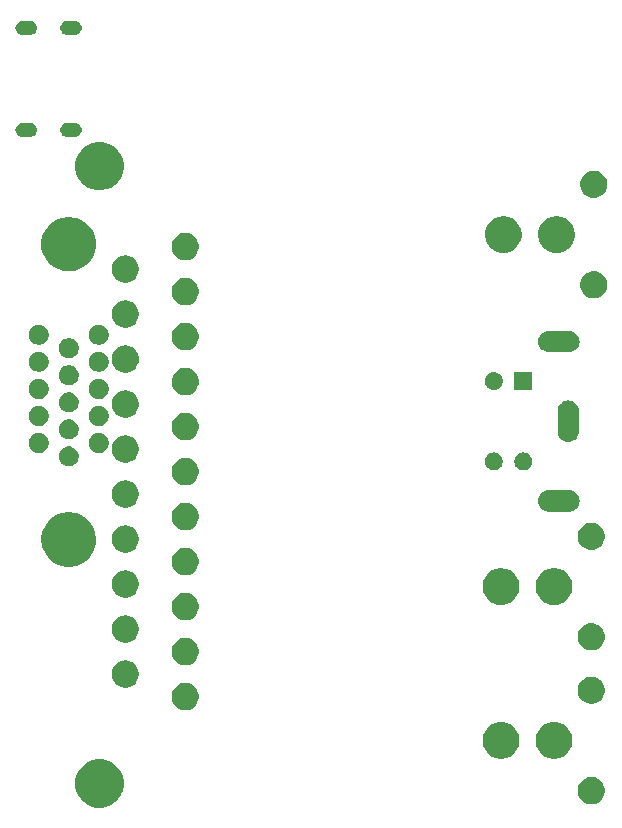
<source format=gbr>
G04 #@! TF.GenerationSoftware,KiCad,Pcbnew,(5.1.5)-2*
G04 #@! TF.CreationDate,2020-08-23T21:31:47+12:00*
G04 #@! TF.ProjectId,rgbntsc,7267626e-7473-4632-9e6b-696361645f70,rev?*
G04 #@! TF.SameCoordinates,Original*
G04 #@! TF.FileFunction,Soldermask,Bot*
G04 #@! TF.FilePolarity,Negative*
%FSLAX46Y46*%
G04 Gerber Fmt 4.6, Leading zero omitted, Abs format (unit mm)*
G04 Created by KiCad (PCBNEW (5.1.5)-2) date 2020-08-23 21:31:47*
%MOMM*%
%LPD*%
G04 APERTURE LIST*
%ADD10C,0.100000*%
G04 APERTURE END LIST*
D10*
G36*
X27798254Y-105297818D02*
G01*
X28171511Y-105452426D01*
X28171513Y-105452427D01*
X28507436Y-105676884D01*
X28793116Y-105962564D01*
X29017574Y-106298489D01*
X29172182Y-106671746D01*
X29251000Y-107067993D01*
X29251000Y-107472007D01*
X29172182Y-107868254D01*
X29124501Y-107983365D01*
X29017573Y-108241513D01*
X28793116Y-108577436D01*
X28507436Y-108863116D01*
X28171513Y-109087573D01*
X28171512Y-109087574D01*
X28171511Y-109087574D01*
X27798254Y-109242182D01*
X27402007Y-109321000D01*
X26997993Y-109321000D01*
X26601746Y-109242182D01*
X26228489Y-109087574D01*
X26228488Y-109087574D01*
X26228487Y-109087573D01*
X25892564Y-108863116D01*
X25606884Y-108577436D01*
X25382427Y-108241513D01*
X25275499Y-107983365D01*
X25227818Y-107868254D01*
X25149000Y-107472007D01*
X25149000Y-107067993D01*
X25227818Y-106671746D01*
X25382426Y-106298489D01*
X25606884Y-105962564D01*
X25892564Y-105676884D01*
X26228487Y-105452427D01*
X26228489Y-105452426D01*
X26601746Y-105297818D01*
X26997993Y-105219000D01*
X27402007Y-105219000D01*
X27798254Y-105297818D01*
G37*
G36*
X69074549Y-106741116D02*
G01*
X69185734Y-106763232D01*
X69395203Y-106849997D01*
X69583720Y-106975960D01*
X69744040Y-107136280D01*
X69870003Y-107324797D01*
X69956768Y-107534266D01*
X70001000Y-107756636D01*
X70001000Y-107983364D01*
X69956768Y-108205734D01*
X69870003Y-108415203D01*
X69744040Y-108603720D01*
X69583720Y-108764040D01*
X69395203Y-108890003D01*
X69185734Y-108976768D01*
X69074549Y-108998884D01*
X68963365Y-109021000D01*
X68736635Y-109021000D01*
X68625451Y-108998884D01*
X68514266Y-108976768D01*
X68304797Y-108890003D01*
X68116280Y-108764040D01*
X67955960Y-108603720D01*
X67829997Y-108415203D01*
X67743232Y-108205734D01*
X67699000Y-107983364D01*
X67699000Y-107756636D01*
X67743232Y-107534266D01*
X67829997Y-107324797D01*
X67955960Y-107136280D01*
X68116280Y-106975960D01*
X68304797Y-106849997D01*
X68514266Y-106763232D01*
X68625451Y-106741116D01*
X68736635Y-106719000D01*
X68963365Y-106719000D01*
X69074549Y-106741116D01*
G37*
G36*
X66002585Y-102098802D02*
G01*
X66152410Y-102128604D01*
X66434674Y-102245521D01*
X66688705Y-102415259D01*
X66904741Y-102631295D01*
X67074479Y-102885326D01*
X67191396Y-103167590D01*
X67251000Y-103467240D01*
X67251000Y-103772760D01*
X67191396Y-104072410D01*
X67074479Y-104354674D01*
X66904741Y-104608705D01*
X66688705Y-104824741D01*
X66434674Y-104994479D01*
X66152410Y-105111396D01*
X66002585Y-105141198D01*
X65852761Y-105171000D01*
X65547239Y-105171000D01*
X65397415Y-105141198D01*
X65247590Y-105111396D01*
X64965326Y-104994479D01*
X64711295Y-104824741D01*
X64495259Y-104608705D01*
X64325521Y-104354674D01*
X64208604Y-104072410D01*
X64149000Y-103772760D01*
X64149000Y-103467240D01*
X64208604Y-103167590D01*
X64325521Y-102885326D01*
X64495259Y-102631295D01*
X64711295Y-102415259D01*
X64965326Y-102245521D01*
X65247590Y-102128604D01*
X65397415Y-102098802D01*
X65547239Y-102069000D01*
X65852761Y-102069000D01*
X66002585Y-102098802D01*
G37*
G36*
X61502585Y-102098802D02*
G01*
X61652410Y-102128604D01*
X61934674Y-102245521D01*
X62188705Y-102415259D01*
X62404741Y-102631295D01*
X62574479Y-102885326D01*
X62691396Y-103167590D01*
X62751000Y-103467240D01*
X62751000Y-103772760D01*
X62691396Y-104072410D01*
X62574479Y-104354674D01*
X62404741Y-104608705D01*
X62188705Y-104824741D01*
X61934674Y-104994479D01*
X61652410Y-105111396D01*
X61502585Y-105141198D01*
X61352761Y-105171000D01*
X61047239Y-105171000D01*
X60897415Y-105141198D01*
X60747590Y-105111396D01*
X60465326Y-104994479D01*
X60211295Y-104824741D01*
X59995259Y-104608705D01*
X59825521Y-104354674D01*
X59708604Y-104072410D01*
X59649000Y-103772760D01*
X59649000Y-103467240D01*
X59708604Y-103167590D01*
X59825521Y-102885326D01*
X59995259Y-102631295D01*
X60211295Y-102415259D01*
X60465326Y-102245521D01*
X60747590Y-102128604D01*
X60897415Y-102098802D01*
X61047239Y-102069000D01*
X61352761Y-102069000D01*
X61502585Y-102098802D01*
G37*
G36*
X34704549Y-98776116D02*
G01*
X34815734Y-98798232D01*
X35025203Y-98884997D01*
X35213720Y-99010960D01*
X35374040Y-99171280D01*
X35500003Y-99359797D01*
X35586768Y-99569266D01*
X35631000Y-99791636D01*
X35631000Y-100018364D01*
X35586768Y-100240734D01*
X35500003Y-100450203D01*
X35374040Y-100638720D01*
X35213720Y-100799040D01*
X35025203Y-100925003D01*
X34815734Y-101011768D01*
X34704549Y-101033884D01*
X34593365Y-101056000D01*
X34366635Y-101056000D01*
X34255451Y-101033884D01*
X34144266Y-101011768D01*
X33934797Y-100925003D01*
X33746280Y-100799040D01*
X33585960Y-100638720D01*
X33459997Y-100450203D01*
X33373232Y-100240734D01*
X33329000Y-100018364D01*
X33329000Y-99791636D01*
X33373232Y-99569266D01*
X33459997Y-99359797D01*
X33585960Y-99171280D01*
X33746280Y-99010960D01*
X33934797Y-98884997D01*
X34144266Y-98798232D01*
X34255451Y-98776116D01*
X34366635Y-98754000D01*
X34593365Y-98754000D01*
X34704549Y-98776116D01*
G37*
G36*
X69074549Y-98241116D02*
G01*
X69185734Y-98263232D01*
X69395203Y-98349997D01*
X69583720Y-98475960D01*
X69744040Y-98636280D01*
X69870003Y-98824797D01*
X69956768Y-99034266D01*
X70001000Y-99256636D01*
X70001000Y-99483364D01*
X69956768Y-99705734D01*
X69870003Y-99915203D01*
X69744040Y-100103720D01*
X69583720Y-100264040D01*
X69395203Y-100390003D01*
X69185734Y-100476768D01*
X69074549Y-100498884D01*
X68963365Y-100521000D01*
X68736635Y-100521000D01*
X68625451Y-100498884D01*
X68514266Y-100476768D01*
X68304797Y-100390003D01*
X68116280Y-100264040D01*
X67955960Y-100103720D01*
X67829997Y-99915203D01*
X67743232Y-99705734D01*
X67699000Y-99483364D01*
X67699000Y-99256636D01*
X67743232Y-99034266D01*
X67829997Y-98824797D01*
X67955960Y-98636280D01*
X68116280Y-98475960D01*
X68304797Y-98349997D01*
X68514266Y-98263232D01*
X68625451Y-98241116D01*
X68736635Y-98219000D01*
X68963365Y-98219000D01*
X69074549Y-98241116D01*
G37*
G36*
X29624549Y-96871116D02*
G01*
X29735734Y-96893232D01*
X29945203Y-96979997D01*
X30133720Y-97105960D01*
X30294040Y-97266280D01*
X30420003Y-97454797D01*
X30506768Y-97664266D01*
X30551000Y-97886636D01*
X30551000Y-98113364D01*
X30506768Y-98335734D01*
X30420003Y-98545203D01*
X30294040Y-98733720D01*
X30133720Y-98894040D01*
X29945203Y-99020003D01*
X29735734Y-99106768D01*
X29624549Y-99128884D01*
X29513365Y-99151000D01*
X29286635Y-99151000D01*
X29175451Y-99128884D01*
X29064266Y-99106768D01*
X28854797Y-99020003D01*
X28666280Y-98894040D01*
X28505960Y-98733720D01*
X28379997Y-98545203D01*
X28293232Y-98335734D01*
X28249000Y-98113364D01*
X28249000Y-97886636D01*
X28293232Y-97664266D01*
X28379997Y-97454797D01*
X28505960Y-97266280D01*
X28666280Y-97105960D01*
X28854797Y-96979997D01*
X29064266Y-96893232D01*
X29175451Y-96871116D01*
X29286635Y-96849000D01*
X29513365Y-96849000D01*
X29624549Y-96871116D01*
G37*
G36*
X34690714Y-94963364D02*
G01*
X34815734Y-94988232D01*
X35025203Y-95074997D01*
X35213720Y-95200960D01*
X35374040Y-95361280D01*
X35500003Y-95549797D01*
X35500004Y-95549799D01*
X35586768Y-95759267D01*
X35626054Y-95956768D01*
X35631000Y-95981636D01*
X35631000Y-96208364D01*
X35586768Y-96430734D01*
X35500003Y-96640203D01*
X35374040Y-96828720D01*
X35213720Y-96989040D01*
X35025203Y-97115003D01*
X34815734Y-97201768D01*
X34704549Y-97223884D01*
X34593365Y-97246000D01*
X34366635Y-97246000D01*
X34255451Y-97223884D01*
X34144266Y-97201768D01*
X33934797Y-97115003D01*
X33746280Y-96989040D01*
X33585960Y-96828720D01*
X33459997Y-96640203D01*
X33373232Y-96430734D01*
X33329000Y-96208364D01*
X33329000Y-95981636D01*
X33333947Y-95956768D01*
X33373232Y-95759267D01*
X33459996Y-95549799D01*
X33459997Y-95549797D01*
X33585960Y-95361280D01*
X33746280Y-95200960D01*
X33934797Y-95074997D01*
X34144266Y-94988232D01*
X34269286Y-94963364D01*
X34366635Y-94944000D01*
X34593365Y-94944000D01*
X34690714Y-94963364D01*
G37*
G36*
X69074549Y-93721116D02*
G01*
X69185734Y-93743232D01*
X69395203Y-93829997D01*
X69583720Y-93955960D01*
X69744040Y-94116280D01*
X69869046Y-94303365D01*
X69870004Y-94304799D01*
X69956768Y-94514267D01*
X70001000Y-94736635D01*
X70001000Y-94963365D01*
X69978884Y-95074549D01*
X69956768Y-95185734D01*
X69870003Y-95395203D01*
X69744040Y-95583720D01*
X69583720Y-95744040D01*
X69395203Y-95870003D01*
X69185734Y-95956768D01*
X69074549Y-95978884D01*
X68963365Y-96001000D01*
X68736635Y-96001000D01*
X68625451Y-95978884D01*
X68514266Y-95956768D01*
X68304797Y-95870003D01*
X68116280Y-95744040D01*
X67955960Y-95583720D01*
X67829997Y-95395203D01*
X67743232Y-95185734D01*
X67721116Y-95074549D01*
X67699000Y-94963365D01*
X67699000Y-94736635D01*
X67743232Y-94514267D01*
X67829996Y-94304799D01*
X67830954Y-94303365D01*
X67955960Y-94116280D01*
X68116280Y-93955960D01*
X68304797Y-93829997D01*
X68514266Y-93743232D01*
X68625451Y-93721116D01*
X68736635Y-93699000D01*
X68963365Y-93699000D01*
X69074549Y-93721116D01*
G37*
G36*
X29624549Y-93061116D02*
G01*
X29735734Y-93083232D01*
X29945203Y-93169997D01*
X30133720Y-93295960D01*
X30294040Y-93456280D01*
X30420003Y-93644797D01*
X30506768Y-93854266D01*
X30551000Y-94076636D01*
X30551000Y-94303364D01*
X30506768Y-94525734D01*
X30420003Y-94735203D01*
X30294040Y-94923720D01*
X30133720Y-95084040D01*
X29945203Y-95210003D01*
X29735734Y-95296768D01*
X29624549Y-95318884D01*
X29513365Y-95341000D01*
X29286635Y-95341000D01*
X29175451Y-95318884D01*
X29064266Y-95296768D01*
X28854797Y-95210003D01*
X28666280Y-95084040D01*
X28505960Y-94923720D01*
X28379997Y-94735203D01*
X28293232Y-94525734D01*
X28249000Y-94303364D01*
X28249000Y-94076636D01*
X28293232Y-93854266D01*
X28379997Y-93644797D01*
X28505960Y-93456280D01*
X28666280Y-93295960D01*
X28854797Y-93169997D01*
X29064266Y-93083232D01*
X29175451Y-93061116D01*
X29286635Y-93039000D01*
X29513365Y-93039000D01*
X29624549Y-93061116D01*
G37*
G36*
X34704549Y-91156116D02*
G01*
X34815734Y-91178232D01*
X35025203Y-91264997D01*
X35213720Y-91390960D01*
X35374040Y-91551280D01*
X35500003Y-91739797D01*
X35586768Y-91949266D01*
X35631000Y-92171636D01*
X35631000Y-92398364D01*
X35586768Y-92620734D01*
X35500003Y-92830203D01*
X35374040Y-93018720D01*
X35213720Y-93179040D01*
X35025203Y-93305003D01*
X34815734Y-93391768D01*
X34704549Y-93413884D01*
X34593365Y-93436000D01*
X34366635Y-93436000D01*
X34255451Y-93413884D01*
X34144266Y-93391768D01*
X33934797Y-93305003D01*
X33746280Y-93179040D01*
X33585960Y-93018720D01*
X33459997Y-92830203D01*
X33373232Y-92620734D01*
X33329000Y-92398364D01*
X33329000Y-92171636D01*
X33373232Y-91949266D01*
X33459997Y-91739797D01*
X33585960Y-91551280D01*
X33746280Y-91390960D01*
X33934797Y-91264997D01*
X34144266Y-91178232D01*
X34255451Y-91156116D01*
X34366635Y-91134000D01*
X34593365Y-91134000D01*
X34704549Y-91156116D01*
G37*
G36*
X61502585Y-89078802D02*
G01*
X61652410Y-89108604D01*
X61934674Y-89225521D01*
X62188705Y-89395259D01*
X62404741Y-89611295D01*
X62574479Y-89865326D01*
X62691396Y-90147590D01*
X62751000Y-90447240D01*
X62751000Y-90752760D01*
X62691396Y-91052410D01*
X62574479Y-91334674D01*
X62404741Y-91588705D01*
X62188705Y-91804741D01*
X61934674Y-91974479D01*
X61652410Y-92091396D01*
X61502585Y-92121198D01*
X61352761Y-92151000D01*
X61047239Y-92151000D01*
X60897415Y-92121198D01*
X60747590Y-92091396D01*
X60465326Y-91974479D01*
X60211295Y-91804741D01*
X59995259Y-91588705D01*
X59825521Y-91334674D01*
X59708604Y-91052410D01*
X59649000Y-90752760D01*
X59649000Y-90447240D01*
X59708604Y-90147590D01*
X59825521Y-89865326D01*
X59995259Y-89611295D01*
X60211295Y-89395259D01*
X60465326Y-89225521D01*
X60747590Y-89108604D01*
X60897415Y-89078802D01*
X61047239Y-89049000D01*
X61352761Y-89049000D01*
X61502585Y-89078802D01*
G37*
G36*
X66002585Y-89078802D02*
G01*
X66152410Y-89108604D01*
X66434674Y-89225521D01*
X66688705Y-89395259D01*
X66904741Y-89611295D01*
X67074479Y-89865326D01*
X67191396Y-90147590D01*
X67251000Y-90447240D01*
X67251000Y-90752760D01*
X67191396Y-91052410D01*
X67074479Y-91334674D01*
X66904741Y-91588705D01*
X66688705Y-91804741D01*
X66434674Y-91974479D01*
X66152410Y-92091396D01*
X66002585Y-92121198D01*
X65852761Y-92151000D01*
X65547239Y-92151000D01*
X65397415Y-92121198D01*
X65247590Y-92091396D01*
X64965326Y-91974479D01*
X64711295Y-91804741D01*
X64495259Y-91588705D01*
X64325521Y-91334674D01*
X64208604Y-91052410D01*
X64149000Y-90752760D01*
X64149000Y-90447240D01*
X64208604Y-90147590D01*
X64325521Y-89865326D01*
X64495259Y-89611295D01*
X64711295Y-89395259D01*
X64965326Y-89225521D01*
X65247590Y-89108604D01*
X65397415Y-89078802D01*
X65547239Y-89049000D01*
X65852761Y-89049000D01*
X66002585Y-89078802D01*
G37*
G36*
X29624549Y-89251116D02*
G01*
X29735734Y-89273232D01*
X29945203Y-89359997D01*
X30133720Y-89485960D01*
X30294040Y-89646280D01*
X30420003Y-89834797D01*
X30506768Y-90044266D01*
X30551000Y-90266636D01*
X30551000Y-90493364D01*
X30506768Y-90715734D01*
X30420003Y-90925203D01*
X30294040Y-91113720D01*
X30133720Y-91274040D01*
X29945203Y-91400003D01*
X29735734Y-91486768D01*
X29624549Y-91508884D01*
X29513365Y-91531000D01*
X29286635Y-91531000D01*
X29175451Y-91508884D01*
X29064266Y-91486768D01*
X28854797Y-91400003D01*
X28666280Y-91274040D01*
X28505960Y-91113720D01*
X28379997Y-90925203D01*
X28293232Y-90715734D01*
X28249000Y-90493364D01*
X28249000Y-90266636D01*
X28293232Y-90044266D01*
X28379997Y-89834797D01*
X28505960Y-89646280D01*
X28666280Y-89485960D01*
X28854797Y-89359997D01*
X29064266Y-89273232D01*
X29175451Y-89251116D01*
X29286635Y-89229000D01*
X29513365Y-89229000D01*
X29624549Y-89251116D01*
G37*
G36*
X34704549Y-87346116D02*
G01*
X34815734Y-87368232D01*
X35025203Y-87454997D01*
X35213720Y-87580960D01*
X35374040Y-87741280D01*
X35500003Y-87929797D01*
X35586768Y-88139266D01*
X35631000Y-88361636D01*
X35631000Y-88588364D01*
X35586768Y-88810734D01*
X35500003Y-89020203D01*
X35374040Y-89208720D01*
X35213720Y-89369040D01*
X35025203Y-89495003D01*
X34815734Y-89581768D01*
X34704549Y-89603884D01*
X34593365Y-89626000D01*
X34366635Y-89626000D01*
X34255451Y-89603884D01*
X34144266Y-89581768D01*
X33934797Y-89495003D01*
X33746280Y-89369040D01*
X33585960Y-89208720D01*
X33459997Y-89020203D01*
X33373232Y-88810734D01*
X33329000Y-88588364D01*
X33329000Y-88361636D01*
X33373232Y-88139266D01*
X33459997Y-87929797D01*
X33585960Y-87741280D01*
X33746280Y-87580960D01*
X33934797Y-87454997D01*
X34144266Y-87368232D01*
X34255451Y-87346116D01*
X34366635Y-87324000D01*
X34593365Y-87324000D01*
X34704549Y-87346116D01*
G37*
G36*
X25048903Y-84363213D02*
G01*
X25271177Y-84407426D01*
X25689932Y-84580880D01*
X26066802Y-84832696D01*
X26387304Y-85153198D01*
X26639120Y-85530068D01*
X26812574Y-85948823D01*
X26856787Y-86171097D01*
X26901000Y-86393370D01*
X26901000Y-86846630D01*
X26889243Y-86905734D01*
X26812574Y-87291177D01*
X26639120Y-87709932D01*
X26387304Y-88086802D01*
X26066802Y-88407304D01*
X25689932Y-88659120D01*
X25271177Y-88832574D01*
X25048903Y-88876787D01*
X24826630Y-88921000D01*
X24373370Y-88921000D01*
X24151097Y-88876787D01*
X23928823Y-88832574D01*
X23510068Y-88659120D01*
X23133198Y-88407304D01*
X22812696Y-88086802D01*
X22560880Y-87709932D01*
X22387426Y-87291177D01*
X22310757Y-86905734D01*
X22299000Y-86846630D01*
X22299000Y-86393370D01*
X22343213Y-86171097D01*
X22387426Y-85948823D01*
X22560880Y-85530068D01*
X22812696Y-85153198D01*
X23133198Y-84832696D01*
X23510068Y-84580880D01*
X23928823Y-84407426D01*
X24151097Y-84363213D01*
X24373370Y-84319000D01*
X24826630Y-84319000D01*
X25048903Y-84363213D01*
G37*
G36*
X29624549Y-85441116D02*
G01*
X29735734Y-85463232D01*
X29945203Y-85549997D01*
X30133720Y-85675960D01*
X30294040Y-85836280D01*
X30420003Y-86024797D01*
X30506768Y-86234266D01*
X30551000Y-86456636D01*
X30551000Y-86683364D01*
X30506768Y-86905734D01*
X30420003Y-87115203D01*
X30294040Y-87303720D01*
X30133720Y-87464040D01*
X29945203Y-87590003D01*
X29735734Y-87676768D01*
X29624549Y-87698884D01*
X29513365Y-87721000D01*
X29286635Y-87721000D01*
X29175451Y-87698884D01*
X29064266Y-87676768D01*
X28854797Y-87590003D01*
X28666280Y-87464040D01*
X28505960Y-87303720D01*
X28379997Y-87115203D01*
X28293232Y-86905734D01*
X28249000Y-86683364D01*
X28249000Y-86456636D01*
X28293232Y-86234266D01*
X28379997Y-86024797D01*
X28505960Y-85836280D01*
X28666280Y-85675960D01*
X28854797Y-85549997D01*
X29064266Y-85463232D01*
X29175451Y-85441116D01*
X29286635Y-85419000D01*
X29513365Y-85419000D01*
X29624549Y-85441116D01*
G37*
G36*
X69074549Y-85221116D02*
G01*
X69185734Y-85243232D01*
X69395203Y-85329997D01*
X69583720Y-85455960D01*
X69744040Y-85616280D01*
X69870003Y-85804797D01*
X69870004Y-85804799D01*
X69883044Y-85836280D01*
X69956768Y-86014266D01*
X70001000Y-86236636D01*
X70001000Y-86463364D01*
X69956768Y-86685734D01*
X69870003Y-86895203D01*
X69744040Y-87083720D01*
X69583720Y-87244040D01*
X69395203Y-87370003D01*
X69185734Y-87456768D01*
X69074549Y-87478884D01*
X68963365Y-87501000D01*
X68736635Y-87501000D01*
X68625451Y-87478884D01*
X68514266Y-87456768D01*
X68304797Y-87370003D01*
X68116280Y-87244040D01*
X67955960Y-87083720D01*
X67829997Y-86895203D01*
X67743232Y-86685734D01*
X67699000Y-86463364D01*
X67699000Y-86236636D01*
X67743232Y-86014266D01*
X67816956Y-85836280D01*
X67829996Y-85804799D01*
X67829997Y-85804797D01*
X67955960Y-85616280D01*
X68116280Y-85455960D01*
X68304797Y-85329997D01*
X68514266Y-85243232D01*
X68625451Y-85221116D01*
X68736635Y-85199000D01*
X68963365Y-85199000D01*
X69074549Y-85221116D01*
G37*
G36*
X34704549Y-83536116D02*
G01*
X34815734Y-83558232D01*
X35025203Y-83644997D01*
X35213720Y-83770960D01*
X35374040Y-83931280D01*
X35500003Y-84119797D01*
X35582516Y-84319000D01*
X35586768Y-84329267D01*
X35631000Y-84551635D01*
X35631000Y-84778365D01*
X35586768Y-85000733D01*
X35504644Y-85199000D01*
X35500003Y-85210203D01*
X35374040Y-85398720D01*
X35213720Y-85559040D01*
X35025203Y-85685003D01*
X34815734Y-85771768D01*
X34704549Y-85793884D01*
X34593365Y-85816000D01*
X34366635Y-85816000D01*
X34255451Y-85793884D01*
X34144266Y-85771768D01*
X33934797Y-85685003D01*
X33746280Y-85559040D01*
X33585960Y-85398720D01*
X33459997Y-85210203D01*
X33455357Y-85199000D01*
X33373232Y-85000733D01*
X33329000Y-84778365D01*
X33329000Y-84551635D01*
X33373232Y-84329267D01*
X33377485Y-84319000D01*
X33459997Y-84119797D01*
X33585960Y-83931280D01*
X33746280Y-83770960D01*
X33934797Y-83644997D01*
X34144266Y-83558232D01*
X34255451Y-83536116D01*
X34366635Y-83514000D01*
X34593365Y-83514000D01*
X34704549Y-83536116D01*
G37*
G36*
X67060443Y-82455519D02*
G01*
X67126627Y-82462037D01*
X67296466Y-82513557D01*
X67452991Y-82597222D01*
X67488729Y-82626552D01*
X67590186Y-82709814D01*
X67673448Y-82811271D01*
X67702778Y-82847009D01*
X67786443Y-83003534D01*
X67837963Y-83173373D01*
X67855359Y-83350000D01*
X67837963Y-83526627D01*
X67786443Y-83696466D01*
X67702778Y-83852991D01*
X67691471Y-83866768D01*
X67590186Y-83990186D01*
X67488729Y-84073448D01*
X67452991Y-84102778D01*
X67296466Y-84186443D01*
X67126627Y-84237963D01*
X67060442Y-84244482D01*
X66994260Y-84251000D01*
X65205740Y-84251000D01*
X65139558Y-84244482D01*
X65073373Y-84237963D01*
X64903534Y-84186443D01*
X64747009Y-84102778D01*
X64711271Y-84073448D01*
X64609814Y-83990186D01*
X64508529Y-83866768D01*
X64497222Y-83852991D01*
X64413557Y-83696466D01*
X64362037Y-83526627D01*
X64344641Y-83350000D01*
X64362037Y-83173373D01*
X64413557Y-83003534D01*
X64497222Y-82847009D01*
X64526552Y-82811271D01*
X64609814Y-82709814D01*
X64711271Y-82626552D01*
X64747009Y-82597222D01*
X64903534Y-82513557D01*
X65073373Y-82462037D01*
X65139557Y-82455519D01*
X65205740Y-82449000D01*
X66994260Y-82449000D01*
X67060443Y-82455519D01*
G37*
G36*
X29624549Y-81631116D02*
G01*
X29735734Y-81653232D01*
X29945203Y-81739997D01*
X30133720Y-81865960D01*
X30294040Y-82026280D01*
X30420003Y-82214797D01*
X30506768Y-82424266D01*
X30551000Y-82646636D01*
X30551000Y-82873364D01*
X30506768Y-83095734D01*
X30420003Y-83305203D01*
X30294040Y-83493720D01*
X30133720Y-83654040D01*
X29945203Y-83780003D01*
X29735734Y-83866768D01*
X29624549Y-83888884D01*
X29513365Y-83911000D01*
X29286635Y-83911000D01*
X29175451Y-83888884D01*
X29064266Y-83866768D01*
X28854797Y-83780003D01*
X28666280Y-83654040D01*
X28505960Y-83493720D01*
X28379997Y-83305203D01*
X28293232Y-83095734D01*
X28249000Y-82873364D01*
X28249000Y-82646636D01*
X28293232Y-82424266D01*
X28379997Y-82214797D01*
X28505960Y-82026280D01*
X28666280Y-81865960D01*
X28854797Y-81739997D01*
X29064266Y-81653232D01*
X29175451Y-81631116D01*
X29286635Y-81609000D01*
X29513365Y-81609000D01*
X29624549Y-81631116D01*
G37*
G36*
X34704549Y-79726116D02*
G01*
X34815734Y-79748232D01*
X34963850Y-79809584D01*
X35008862Y-79828228D01*
X35025203Y-79834997D01*
X35213720Y-79960960D01*
X35374040Y-80121280D01*
X35500003Y-80309797D01*
X35586768Y-80519266D01*
X35631000Y-80741636D01*
X35631000Y-80968364D01*
X35586768Y-81190734D01*
X35500003Y-81400203D01*
X35374040Y-81588720D01*
X35213720Y-81749040D01*
X35025203Y-81875003D01*
X34815734Y-81961768D01*
X34704549Y-81983884D01*
X34593365Y-82006000D01*
X34366635Y-82006000D01*
X34255451Y-81983884D01*
X34144266Y-81961768D01*
X33934797Y-81875003D01*
X33746280Y-81749040D01*
X33585960Y-81588720D01*
X33459997Y-81400203D01*
X33373232Y-81190734D01*
X33329000Y-80968364D01*
X33329000Y-80741636D01*
X33373232Y-80519266D01*
X33459997Y-80309797D01*
X33585960Y-80121280D01*
X33746280Y-79960960D01*
X33934797Y-79834997D01*
X33951139Y-79828228D01*
X33996150Y-79809584D01*
X34144266Y-79748232D01*
X34255451Y-79726116D01*
X34366635Y-79704000D01*
X34593365Y-79704000D01*
X34704549Y-79726116D01*
G37*
G36*
X63241200Y-79258295D02*
G01*
X63320225Y-79274014D01*
X63377138Y-79297588D01*
X63457626Y-79330927D01*
X63581284Y-79413553D01*
X63686447Y-79518716D01*
X63769073Y-79642374D01*
X63825986Y-79779776D01*
X63855000Y-79925638D01*
X63855000Y-80074362D01*
X63825986Y-80220224D01*
X63769073Y-80357626D01*
X63686447Y-80481284D01*
X63581284Y-80586447D01*
X63457626Y-80669073D01*
X63377138Y-80702412D01*
X63320225Y-80725986D01*
X63247293Y-80740493D01*
X63174362Y-80755000D01*
X63025638Y-80755000D01*
X62952707Y-80740493D01*
X62879775Y-80725986D01*
X62822862Y-80702412D01*
X62742374Y-80669073D01*
X62618716Y-80586447D01*
X62513553Y-80481284D01*
X62430927Y-80357626D01*
X62374014Y-80220224D01*
X62345000Y-80074362D01*
X62345000Y-79925638D01*
X62374014Y-79779776D01*
X62430927Y-79642374D01*
X62513553Y-79518716D01*
X62618716Y-79413553D01*
X62742374Y-79330927D01*
X62822862Y-79297588D01*
X62879775Y-79274014D01*
X62958800Y-79258295D01*
X63025638Y-79245000D01*
X63174362Y-79245000D01*
X63241200Y-79258295D01*
G37*
G36*
X60741200Y-79258295D02*
G01*
X60820225Y-79274014D01*
X60877138Y-79297588D01*
X60957626Y-79330927D01*
X61081284Y-79413553D01*
X61186447Y-79518716D01*
X61269073Y-79642374D01*
X61325986Y-79779776D01*
X61355000Y-79925638D01*
X61355000Y-80074362D01*
X61325986Y-80220224D01*
X61269073Y-80357626D01*
X61186447Y-80481284D01*
X61081284Y-80586447D01*
X60957626Y-80669073D01*
X60877138Y-80702412D01*
X60820225Y-80725986D01*
X60747293Y-80740493D01*
X60674362Y-80755000D01*
X60525638Y-80755000D01*
X60452707Y-80740493D01*
X60379775Y-80725986D01*
X60322862Y-80702412D01*
X60242374Y-80669073D01*
X60118716Y-80586447D01*
X60013553Y-80481284D01*
X59930927Y-80357626D01*
X59874014Y-80220224D01*
X59845000Y-80074362D01*
X59845000Y-79925638D01*
X59874014Y-79779776D01*
X59930927Y-79642374D01*
X60013553Y-79518716D01*
X60118716Y-79413553D01*
X60242374Y-79330927D01*
X60322862Y-79297588D01*
X60379775Y-79274014D01*
X60458800Y-79258295D01*
X60525638Y-79245000D01*
X60674362Y-79245000D01*
X60741200Y-79258295D01*
G37*
G36*
X24848228Y-78761703D02*
G01*
X25003100Y-78825853D01*
X25142481Y-78918985D01*
X25261015Y-79037519D01*
X25354147Y-79176900D01*
X25418297Y-79331772D01*
X25451000Y-79496184D01*
X25451000Y-79663816D01*
X25418297Y-79828228D01*
X25354147Y-79983100D01*
X25261015Y-80122481D01*
X25142481Y-80241015D01*
X25003100Y-80334147D01*
X24848228Y-80398297D01*
X24683816Y-80431000D01*
X24516184Y-80431000D01*
X24351772Y-80398297D01*
X24196900Y-80334147D01*
X24057519Y-80241015D01*
X23938985Y-80122481D01*
X23845853Y-79983100D01*
X23781703Y-79828228D01*
X23749000Y-79663816D01*
X23749000Y-79496184D01*
X23781703Y-79331772D01*
X23845853Y-79176900D01*
X23938985Y-79037519D01*
X24057519Y-78918985D01*
X24196900Y-78825853D01*
X24351772Y-78761703D01*
X24516184Y-78729000D01*
X24683816Y-78729000D01*
X24848228Y-78761703D01*
G37*
G36*
X29624549Y-77821116D02*
G01*
X29735734Y-77843232D01*
X29945203Y-77929997D01*
X30133720Y-78055960D01*
X30294040Y-78216280D01*
X30420003Y-78404797D01*
X30506768Y-78614266D01*
X30551000Y-78836636D01*
X30551000Y-79063364D01*
X30506768Y-79285734D01*
X30420003Y-79495203D01*
X30294040Y-79683720D01*
X30133720Y-79844040D01*
X29945203Y-79970003D01*
X29945202Y-79970004D01*
X29945201Y-79970004D01*
X29913584Y-79983100D01*
X29735734Y-80056768D01*
X29624549Y-80078884D01*
X29513365Y-80101000D01*
X29286635Y-80101000D01*
X29175451Y-80078884D01*
X29064266Y-80056768D01*
X28886416Y-79983100D01*
X28854799Y-79970004D01*
X28854798Y-79970004D01*
X28854797Y-79970003D01*
X28666280Y-79844040D01*
X28505960Y-79683720D01*
X28379997Y-79495203D01*
X28293232Y-79285734D01*
X28249000Y-79063364D01*
X28249000Y-78836636D01*
X28293232Y-78614266D01*
X28379997Y-78404797D01*
X28505960Y-78216280D01*
X28666280Y-78055960D01*
X28854797Y-77929997D01*
X29064266Y-77843232D01*
X29175451Y-77821116D01*
X29286635Y-77799000D01*
X29513365Y-77799000D01*
X29624549Y-77821116D01*
G37*
G36*
X22308228Y-77621703D02*
G01*
X22463100Y-77685853D01*
X22602481Y-77778985D01*
X22721015Y-77897519D01*
X22814147Y-78036900D01*
X22878297Y-78191772D01*
X22911000Y-78356184D01*
X22911000Y-78523816D01*
X22878297Y-78688228D01*
X22814147Y-78843100D01*
X22721015Y-78982481D01*
X22602481Y-79101015D01*
X22463100Y-79194147D01*
X22308228Y-79258297D01*
X22143816Y-79291000D01*
X21976184Y-79291000D01*
X21811772Y-79258297D01*
X21656900Y-79194147D01*
X21517519Y-79101015D01*
X21398985Y-78982481D01*
X21305853Y-78843100D01*
X21241703Y-78688228D01*
X21209000Y-78523816D01*
X21209000Y-78356184D01*
X21241703Y-78191772D01*
X21305853Y-78036900D01*
X21398985Y-77897519D01*
X21517519Y-77778985D01*
X21656900Y-77685853D01*
X21811772Y-77621703D01*
X21976184Y-77589000D01*
X22143816Y-77589000D01*
X22308228Y-77621703D01*
G37*
G36*
X27388228Y-77621703D02*
G01*
X27543100Y-77685853D01*
X27682481Y-77778985D01*
X27801015Y-77897519D01*
X27894147Y-78036900D01*
X27958297Y-78191772D01*
X27991000Y-78356184D01*
X27991000Y-78523816D01*
X27958297Y-78688228D01*
X27894147Y-78843100D01*
X27801015Y-78982481D01*
X27682481Y-79101015D01*
X27543100Y-79194147D01*
X27388228Y-79258297D01*
X27223816Y-79291000D01*
X27056184Y-79291000D01*
X26891772Y-79258297D01*
X26736900Y-79194147D01*
X26597519Y-79101015D01*
X26478985Y-78982481D01*
X26385853Y-78843100D01*
X26321703Y-78688228D01*
X26289000Y-78523816D01*
X26289000Y-78356184D01*
X26321703Y-78191772D01*
X26385853Y-78036900D01*
X26478985Y-77897519D01*
X26597519Y-77778985D01*
X26736900Y-77685853D01*
X26891772Y-77621703D01*
X27056184Y-77589000D01*
X27223816Y-77589000D01*
X27388228Y-77621703D01*
G37*
G36*
X67076626Y-74862037D02*
G01*
X67246465Y-74913557D01*
X67246467Y-74913558D01*
X67402989Y-74997221D01*
X67540186Y-75109814D01*
X67623448Y-75211271D01*
X67652778Y-75247009D01*
X67736443Y-75403534D01*
X67787963Y-75573373D01*
X67801000Y-75705742D01*
X67801000Y-77494258D01*
X67787963Y-77626627D01*
X67736443Y-77796466D01*
X67652778Y-77952991D01*
X67623448Y-77988729D01*
X67540186Y-78090186D01*
X67438729Y-78173448D01*
X67402991Y-78202778D01*
X67246466Y-78286443D01*
X67076627Y-78337963D01*
X66900000Y-78355359D01*
X66723374Y-78337963D01*
X66553535Y-78286443D01*
X66397010Y-78202778D01*
X66361272Y-78173448D01*
X66259815Y-78090186D01*
X66176553Y-77988729D01*
X66147223Y-77952991D01*
X66063558Y-77796466D01*
X66012038Y-77626627D01*
X65999001Y-77494258D01*
X65999000Y-75705743D01*
X66012037Y-75573374D01*
X66063557Y-75403535D01*
X66063559Y-75403532D01*
X66147221Y-75247011D01*
X66259814Y-75109814D01*
X66361271Y-75026552D01*
X66397009Y-74997222D01*
X66553534Y-74913557D01*
X66723373Y-74862037D01*
X66900000Y-74844641D01*
X67076626Y-74862037D01*
G37*
G36*
X34632432Y-75901771D02*
G01*
X34815734Y-75938232D01*
X35025203Y-76024997D01*
X35213720Y-76150960D01*
X35374040Y-76311280D01*
X35500003Y-76499797D01*
X35500004Y-76499799D01*
X35586768Y-76709267D01*
X35622102Y-76886900D01*
X35631000Y-76931636D01*
X35631000Y-77158364D01*
X35586768Y-77380734D01*
X35500003Y-77590203D01*
X35374040Y-77778720D01*
X35213720Y-77939040D01*
X35025203Y-78065003D01*
X34815734Y-78151768D01*
X34704549Y-78173884D01*
X34593365Y-78196000D01*
X34366635Y-78196000D01*
X34255451Y-78173884D01*
X34144266Y-78151768D01*
X33934797Y-78065003D01*
X33746280Y-77939040D01*
X33585960Y-77778720D01*
X33459997Y-77590203D01*
X33373232Y-77380734D01*
X33329000Y-77158364D01*
X33329000Y-76931636D01*
X33337899Y-76886900D01*
X33373232Y-76709267D01*
X33459996Y-76499799D01*
X33459997Y-76499797D01*
X33585960Y-76311280D01*
X33746280Y-76150960D01*
X33934797Y-76024997D01*
X34144266Y-75938232D01*
X34327568Y-75901771D01*
X34366635Y-75894000D01*
X34593365Y-75894000D01*
X34632432Y-75901771D01*
G37*
G36*
X24848228Y-76471703D02*
G01*
X25003100Y-76535853D01*
X25142481Y-76628985D01*
X25261015Y-76747519D01*
X25354147Y-76886900D01*
X25418297Y-77041772D01*
X25451000Y-77206184D01*
X25451000Y-77373816D01*
X25418297Y-77538228D01*
X25354147Y-77693100D01*
X25261015Y-77832481D01*
X25142481Y-77951015D01*
X25003100Y-78044147D01*
X24848228Y-78108297D01*
X24683816Y-78141000D01*
X24516184Y-78141000D01*
X24351772Y-78108297D01*
X24196900Y-78044147D01*
X24057519Y-77951015D01*
X23938985Y-77832481D01*
X23845853Y-77693100D01*
X23781703Y-77538228D01*
X23749000Y-77373816D01*
X23749000Y-77206184D01*
X23781703Y-77041772D01*
X23845853Y-76886900D01*
X23938985Y-76747519D01*
X24057519Y-76628985D01*
X24196900Y-76535853D01*
X24351772Y-76471703D01*
X24516184Y-76439000D01*
X24683816Y-76439000D01*
X24848228Y-76471703D01*
G37*
G36*
X22308228Y-75331703D02*
G01*
X22463100Y-75395853D01*
X22602481Y-75488985D01*
X22721015Y-75607519D01*
X22814147Y-75746900D01*
X22878297Y-75901772D01*
X22911000Y-76066184D01*
X22911000Y-76233816D01*
X22878297Y-76398228D01*
X22814147Y-76553100D01*
X22721015Y-76692481D01*
X22602481Y-76811015D01*
X22463100Y-76904147D01*
X22308228Y-76968297D01*
X22143816Y-77001000D01*
X21976184Y-77001000D01*
X21811772Y-76968297D01*
X21656900Y-76904147D01*
X21517519Y-76811015D01*
X21398985Y-76692481D01*
X21305853Y-76553100D01*
X21241703Y-76398228D01*
X21209000Y-76233816D01*
X21209000Y-76066184D01*
X21241703Y-75901772D01*
X21305853Y-75746900D01*
X21398985Y-75607519D01*
X21517519Y-75488985D01*
X21656900Y-75395853D01*
X21811772Y-75331703D01*
X21976184Y-75299000D01*
X22143816Y-75299000D01*
X22308228Y-75331703D01*
G37*
G36*
X27388228Y-75331703D02*
G01*
X27543100Y-75395853D01*
X27682481Y-75488985D01*
X27801015Y-75607519D01*
X27894147Y-75746900D01*
X27958297Y-75901772D01*
X27991000Y-76066184D01*
X27991000Y-76233816D01*
X27958297Y-76398228D01*
X27894147Y-76553100D01*
X27801015Y-76692481D01*
X27682481Y-76811015D01*
X27543100Y-76904147D01*
X27388228Y-76968297D01*
X27223816Y-77001000D01*
X27056184Y-77001000D01*
X26891772Y-76968297D01*
X26736900Y-76904147D01*
X26597519Y-76811015D01*
X26478985Y-76692481D01*
X26385853Y-76553100D01*
X26321703Y-76398228D01*
X26289000Y-76233816D01*
X26289000Y-76066184D01*
X26321703Y-75901772D01*
X26385853Y-75746900D01*
X26478985Y-75607519D01*
X26597519Y-75488985D01*
X26736900Y-75395853D01*
X26891772Y-75331703D01*
X27056184Y-75299000D01*
X27223816Y-75299000D01*
X27388228Y-75331703D01*
G37*
G36*
X29624549Y-74011116D02*
G01*
X29735734Y-74033232D01*
X29945203Y-74119997D01*
X30133720Y-74245960D01*
X30294040Y-74406280D01*
X30328277Y-74457520D01*
X30420004Y-74594799D01*
X30506768Y-74804267D01*
X30551000Y-75026635D01*
X30551000Y-75253365D01*
X30535417Y-75331705D01*
X30506768Y-75475734D01*
X30420003Y-75685203D01*
X30294040Y-75873720D01*
X30133720Y-76034040D01*
X29945203Y-76160003D01*
X29735734Y-76246768D01*
X29624549Y-76268884D01*
X29513365Y-76291000D01*
X29286635Y-76291000D01*
X29175451Y-76268884D01*
X29064266Y-76246768D01*
X28854797Y-76160003D01*
X28666280Y-76034040D01*
X28505960Y-75873720D01*
X28379997Y-75685203D01*
X28293232Y-75475734D01*
X28264583Y-75331705D01*
X28249000Y-75253365D01*
X28249000Y-75026635D01*
X28293232Y-74804267D01*
X28379996Y-74594799D01*
X28471723Y-74457520D01*
X28505960Y-74406280D01*
X28666280Y-74245960D01*
X28854797Y-74119997D01*
X29064266Y-74033232D01*
X29175451Y-74011116D01*
X29286635Y-73989000D01*
X29513365Y-73989000D01*
X29624549Y-74011116D01*
G37*
G36*
X24848228Y-74181703D02*
G01*
X25003100Y-74245853D01*
X25142481Y-74338985D01*
X25261015Y-74457519D01*
X25354147Y-74596900D01*
X25418297Y-74751772D01*
X25451000Y-74916184D01*
X25451000Y-75083816D01*
X25418297Y-75248228D01*
X25354147Y-75403100D01*
X25261015Y-75542481D01*
X25142481Y-75661015D01*
X25003100Y-75754147D01*
X24848228Y-75818297D01*
X24683816Y-75851000D01*
X24516184Y-75851000D01*
X24351772Y-75818297D01*
X24196900Y-75754147D01*
X24057519Y-75661015D01*
X23938985Y-75542481D01*
X23845853Y-75403100D01*
X23781703Y-75248228D01*
X23749000Y-75083816D01*
X23749000Y-74916184D01*
X23781703Y-74751772D01*
X23845853Y-74596900D01*
X23938985Y-74457519D01*
X24057519Y-74338985D01*
X24196900Y-74245853D01*
X24351772Y-74181703D01*
X24516184Y-74149000D01*
X24683816Y-74149000D01*
X24848228Y-74181703D01*
G37*
G36*
X22308228Y-73041703D02*
G01*
X22463100Y-73105853D01*
X22602481Y-73198985D01*
X22721015Y-73317519D01*
X22814147Y-73456900D01*
X22878297Y-73611772D01*
X22911000Y-73776184D01*
X22911000Y-73943816D01*
X22878297Y-74108228D01*
X22814147Y-74263100D01*
X22721015Y-74402481D01*
X22602481Y-74521015D01*
X22463100Y-74614147D01*
X22308228Y-74678297D01*
X22143816Y-74711000D01*
X21976184Y-74711000D01*
X21811772Y-74678297D01*
X21656900Y-74614147D01*
X21517519Y-74521015D01*
X21398985Y-74402481D01*
X21305853Y-74263100D01*
X21241703Y-74108228D01*
X21209000Y-73943816D01*
X21209000Y-73776184D01*
X21241703Y-73611772D01*
X21305853Y-73456900D01*
X21398985Y-73317519D01*
X21517519Y-73198985D01*
X21656900Y-73105853D01*
X21811772Y-73041703D01*
X21976184Y-73009000D01*
X22143816Y-73009000D01*
X22308228Y-73041703D01*
G37*
G36*
X27388228Y-73041703D02*
G01*
X27543100Y-73105853D01*
X27682481Y-73198985D01*
X27801015Y-73317519D01*
X27894147Y-73456900D01*
X27958297Y-73611772D01*
X27991000Y-73776184D01*
X27991000Y-73943816D01*
X27958297Y-74108228D01*
X27894147Y-74263100D01*
X27801015Y-74402481D01*
X27682481Y-74521015D01*
X27543100Y-74614147D01*
X27388228Y-74678297D01*
X27223816Y-74711000D01*
X27056184Y-74711000D01*
X26891772Y-74678297D01*
X26736900Y-74614147D01*
X26597519Y-74521015D01*
X26478985Y-74402481D01*
X26385853Y-74263100D01*
X26321703Y-74108228D01*
X26289000Y-73943816D01*
X26289000Y-73776184D01*
X26321703Y-73611772D01*
X26385853Y-73456900D01*
X26478985Y-73317519D01*
X26597519Y-73198985D01*
X26736900Y-73105853D01*
X26891772Y-73041703D01*
X27056184Y-73009000D01*
X27223816Y-73009000D01*
X27388228Y-73041703D01*
G37*
G36*
X34704549Y-72106116D02*
G01*
X34815734Y-72128232D01*
X35025203Y-72214997D01*
X35213720Y-72340960D01*
X35374040Y-72501280D01*
X35500003Y-72689797D01*
X35563203Y-72842374D01*
X35586768Y-72899267D01*
X35631000Y-73121635D01*
X35631000Y-73348365D01*
X35616706Y-73420224D01*
X35586768Y-73570734D01*
X35500003Y-73780203D01*
X35374040Y-73968720D01*
X35213720Y-74129040D01*
X35025203Y-74255003D01*
X35025202Y-74255004D01*
X35025201Y-74255004D01*
X35005655Y-74263100D01*
X34815734Y-74341768D01*
X34704549Y-74363884D01*
X34593365Y-74386000D01*
X34366635Y-74386000D01*
X34255451Y-74363884D01*
X34144266Y-74341768D01*
X33954345Y-74263100D01*
X33934799Y-74255004D01*
X33934798Y-74255004D01*
X33934797Y-74255003D01*
X33746280Y-74129040D01*
X33585960Y-73968720D01*
X33459997Y-73780203D01*
X33373232Y-73570734D01*
X33343294Y-73420224D01*
X33329000Y-73348365D01*
X33329000Y-73121635D01*
X33373232Y-72899267D01*
X33396798Y-72842374D01*
X33459997Y-72689797D01*
X33585960Y-72501280D01*
X33746280Y-72340960D01*
X33934797Y-72214997D01*
X34144266Y-72128232D01*
X34255451Y-72106116D01*
X34366635Y-72084000D01*
X34593365Y-72084000D01*
X34704549Y-72106116D01*
G37*
G36*
X60747293Y-72459507D02*
G01*
X60820225Y-72474014D01*
X60877138Y-72497588D01*
X60957626Y-72530927D01*
X61081284Y-72613553D01*
X61186447Y-72718716D01*
X61269073Y-72842374D01*
X61325986Y-72979776D01*
X61355000Y-73125638D01*
X61355000Y-73274362D01*
X61325986Y-73420224D01*
X61269073Y-73557626D01*
X61186447Y-73681284D01*
X61081284Y-73786447D01*
X60957626Y-73869073D01*
X60877138Y-73902412D01*
X60820225Y-73925986D01*
X60747293Y-73940493D01*
X60674362Y-73955000D01*
X60525638Y-73955000D01*
X60452707Y-73940493D01*
X60379775Y-73925986D01*
X60322862Y-73902412D01*
X60242374Y-73869073D01*
X60118716Y-73786447D01*
X60013553Y-73681284D01*
X59930927Y-73557626D01*
X59874014Y-73420224D01*
X59845000Y-73274362D01*
X59845000Y-73125638D01*
X59874014Y-72979776D01*
X59930927Y-72842374D01*
X60013553Y-72718716D01*
X60118716Y-72613553D01*
X60242374Y-72530927D01*
X60322862Y-72497588D01*
X60379775Y-72474014D01*
X60452707Y-72459507D01*
X60525638Y-72445000D01*
X60674362Y-72445000D01*
X60747293Y-72459507D01*
G37*
G36*
X63855000Y-73955000D02*
G01*
X62345000Y-73955000D01*
X62345000Y-72445000D01*
X63855000Y-72445000D01*
X63855000Y-73955000D01*
G37*
G36*
X24848228Y-71891703D02*
G01*
X25003100Y-71955853D01*
X25142481Y-72048985D01*
X25261015Y-72167519D01*
X25354147Y-72306900D01*
X25418297Y-72461772D01*
X25451000Y-72626184D01*
X25451000Y-72793816D01*
X25418297Y-72958228D01*
X25354147Y-73113100D01*
X25261015Y-73252481D01*
X25142481Y-73371015D01*
X25003100Y-73464147D01*
X24848228Y-73528297D01*
X24683816Y-73561000D01*
X24516184Y-73561000D01*
X24351772Y-73528297D01*
X24196900Y-73464147D01*
X24057519Y-73371015D01*
X23938985Y-73252481D01*
X23845853Y-73113100D01*
X23781703Y-72958228D01*
X23749000Y-72793816D01*
X23749000Y-72626184D01*
X23781703Y-72461772D01*
X23845853Y-72306900D01*
X23938985Y-72167519D01*
X24057519Y-72048985D01*
X24196900Y-71955853D01*
X24351772Y-71891703D01*
X24516184Y-71859000D01*
X24683816Y-71859000D01*
X24848228Y-71891703D01*
G37*
G36*
X29601172Y-70196466D02*
G01*
X29735734Y-70223232D01*
X29945203Y-70309997D01*
X30133720Y-70435960D01*
X30294040Y-70596280D01*
X30420003Y-70784797D01*
X30420004Y-70784799D01*
X30432867Y-70815853D01*
X30506768Y-70994266D01*
X30524023Y-71081015D01*
X30551000Y-71216635D01*
X30551000Y-71443365D01*
X30528884Y-71554549D01*
X30506768Y-71665734D01*
X30420003Y-71875203D01*
X30294040Y-72063720D01*
X30133720Y-72224040D01*
X29945203Y-72350003D01*
X29735734Y-72436768D01*
X29624549Y-72458884D01*
X29513365Y-72481000D01*
X29286635Y-72481000D01*
X29175451Y-72458884D01*
X29064266Y-72436768D01*
X28854797Y-72350003D01*
X28666280Y-72224040D01*
X28505960Y-72063720D01*
X28379997Y-71875203D01*
X28293232Y-71665734D01*
X28271116Y-71554549D01*
X28249000Y-71443365D01*
X28249000Y-71216635D01*
X28275977Y-71081015D01*
X28293232Y-70994266D01*
X28367133Y-70815853D01*
X28379996Y-70784799D01*
X28379997Y-70784797D01*
X28505960Y-70596280D01*
X28666280Y-70435960D01*
X28854797Y-70309997D01*
X29064266Y-70223232D01*
X29198828Y-70196466D01*
X29286635Y-70179000D01*
X29513365Y-70179000D01*
X29601172Y-70196466D01*
G37*
G36*
X27388228Y-70751703D02*
G01*
X27543100Y-70815853D01*
X27682481Y-70908985D01*
X27801015Y-71027519D01*
X27894147Y-71166900D01*
X27958297Y-71321772D01*
X27991000Y-71486184D01*
X27991000Y-71653816D01*
X27958297Y-71818228D01*
X27894147Y-71973100D01*
X27801015Y-72112481D01*
X27682481Y-72231015D01*
X27543100Y-72324147D01*
X27388228Y-72388297D01*
X27223816Y-72421000D01*
X27056184Y-72421000D01*
X26891772Y-72388297D01*
X26736900Y-72324147D01*
X26597519Y-72231015D01*
X26478985Y-72112481D01*
X26385853Y-71973100D01*
X26321703Y-71818228D01*
X26289000Y-71653816D01*
X26289000Y-71486184D01*
X26321703Y-71321772D01*
X26385853Y-71166900D01*
X26478985Y-71027519D01*
X26597519Y-70908985D01*
X26736900Y-70815853D01*
X26891772Y-70751703D01*
X27056184Y-70719000D01*
X27223816Y-70719000D01*
X27388228Y-70751703D01*
G37*
G36*
X22308228Y-70751703D02*
G01*
X22463100Y-70815853D01*
X22602481Y-70908985D01*
X22721015Y-71027519D01*
X22814147Y-71166900D01*
X22878297Y-71321772D01*
X22911000Y-71486184D01*
X22911000Y-71653816D01*
X22878297Y-71818228D01*
X22814147Y-71973100D01*
X22721015Y-72112481D01*
X22602481Y-72231015D01*
X22463100Y-72324147D01*
X22308228Y-72388297D01*
X22143816Y-72421000D01*
X21976184Y-72421000D01*
X21811772Y-72388297D01*
X21656900Y-72324147D01*
X21517519Y-72231015D01*
X21398985Y-72112481D01*
X21305853Y-71973100D01*
X21241703Y-71818228D01*
X21209000Y-71653816D01*
X21209000Y-71486184D01*
X21241703Y-71321772D01*
X21305853Y-71166900D01*
X21398985Y-71027519D01*
X21517519Y-70908985D01*
X21656900Y-70815853D01*
X21811772Y-70751703D01*
X21976184Y-70719000D01*
X22143816Y-70719000D01*
X22308228Y-70751703D01*
G37*
G36*
X24848228Y-69601703D02*
G01*
X25003100Y-69665853D01*
X25142481Y-69758985D01*
X25261015Y-69877519D01*
X25354147Y-70016900D01*
X25418297Y-70171772D01*
X25451000Y-70336184D01*
X25451000Y-70503816D01*
X25418297Y-70668228D01*
X25354147Y-70823100D01*
X25261015Y-70962481D01*
X25142481Y-71081015D01*
X25003100Y-71174147D01*
X24848228Y-71238297D01*
X24683816Y-71271000D01*
X24516184Y-71271000D01*
X24351772Y-71238297D01*
X24196900Y-71174147D01*
X24057519Y-71081015D01*
X23938985Y-70962481D01*
X23845853Y-70823100D01*
X23781703Y-70668228D01*
X23749000Y-70503816D01*
X23749000Y-70336184D01*
X23781703Y-70171772D01*
X23845853Y-70016900D01*
X23938985Y-69877519D01*
X24057519Y-69758985D01*
X24196900Y-69665853D01*
X24351772Y-69601703D01*
X24516184Y-69569000D01*
X24683816Y-69569000D01*
X24848228Y-69601703D01*
G37*
G36*
X67060443Y-68955519D02*
G01*
X67126627Y-68962037D01*
X67296466Y-69013557D01*
X67452991Y-69097222D01*
X67488729Y-69126552D01*
X67590186Y-69209814D01*
X67673448Y-69311271D01*
X67702778Y-69347009D01*
X67786443Y-69503534D01*
X67837963Y-69673373D01*
X67855359Y-69850000D01*
X67837963Y-70026627D01*
X67786443Y-70196466D01*
X67702778Y-70352991D01*
X67673448Y-70388729D01*
X67590186Y-70490186D01*
X67488729Y-70573448D01*
X67452991Y-70602778D01*
X67296466Y-70686443D01*
X67126627Y-70737963D01*
X67060443Y-70744481D01*
X66994260Y-70751000D01*
X65205740Y-70751000D01*
X65139557Y-70744481D01*
X65073373Y-70737963D01*
X64903534Y-70686443D01*
X64747009Y-70602778D01*
X64711271Y-70573448D01*
X64609814Y-70490186D01*
X64526552Y-70388729D01*
X64497222Y-70352991D01*
X64413557Y-70196466D01*
X64362037Y-70026627D01*
X64344641Y-69850000D01*
X64362037Y-69673373D01*
X64413557Y-69503534D01*
X64497222Y-69347009D01*
X64526552Y-69311271D01*
X64609814Y-69209814D01*
X64711271Y-69126552D01*
X64747009Y-69097222D01*
X64903534Y-69013557D01*
X65073373Y-68962037D01*
X65139557Y-68955519D01*
X65205740Y-68949000D01*
X66994260Y-68949000D01*
X67060443Y-68955519D01*
G37*
G36*
X34704549Y-68296116D02*
G01*
X34815734Y-68318232D01*
X35025203Y-68404997D01*
X35213720Y-68530960D01*
X35374040Y-68691280D01*
X35500003Y-68879797D01*
X35586768Y-69089266D01*
X35631000Y-69311636D01*
X35631000Y-69538364D01*
X35586768Y-69760734D01*
X35500003Y-69970203D01*
X35374040Y-70158720D01*
X35213720Y-70319040D01*
X35025203Y-70445003D01*
X34815734Y-70531768D01*
X34704549Y-70553884D01*
X34593365Y-70576000D01*
X34366635Y-70576000D01*
X34255451Y-70553884D01*
X34144266Y-70531768D01*
X33934797Y-70445003D01*
X33746280Y-70319040D01*
X33585960Y-70158720D01*
X33459997Y-69970203D01*
X33373232Y-69760734D01*
X33329000Y-69538364D01*
X33329000Y-69311636D01*
X33373232Y-69089266D01*
X33459997Y-68879797D01*
X33585960Y-68691280D01*
X33746280Y-68530960D01*
X33934797Y-68404997D01*
X34144266Y-68318232D01*
X34255451Y-68296116D01*
X34366635Y-68274000D01*
X34593365Y-68274000D01*
X34704549Y-68296116D01*
G37*
G36*
X22308228Y-68461703D02*
G01*
X22463100Y-68525853D01*
X22602481Y-68618985D01*
X22721015Y-68737519D01*
X22814147Y-68876900D01*
X22878297Y-69031772D01*
X22911000Y-69196184D01*
X22911000Y-69363816D01*
X22878297Y-69528228D01*
X22814147Y-69683100D01*
X22721015Y-69822481D01*
X22602481Y-69941015D01*
X22463100Y-70034147D01*
X22308228Y-70098297D01*
X22143816Y-70131000D01*
X21976184Y-70131000D01*
X21811772Y-70098297D01*
X21656900Y-70034147D01*
X21517519Y-69941015D01*
X21398985Y-69822481D01*
X21305853Y-69683100D01*
X21241703Y-69528228D01*
X21209000Y-69363816D01*
X21209000Y-69196184D01*
X21241703Y-69031772D01*
X21305853Y-68876900D01*
X21398985Y-68737519D01*
X21517519Y-68618985D01*
X21656900Y-68525853D01*
X21811772Y-68461703D01*
X21976184Y-68429000D01*
X22143816Y-68429000D01*
X22308228Y-68461703D01*
G37*
G36*
X27388228Y-68461703D02*
G01*
X27543100Y-68525853D01*
X27682481Y-68618985D01*
X27801015Y-68737519D01*
X27894147Y-68876900D01*
X27958297Y-69031772D01*
X27991000Y-69196184D01*
X27991000Y-69363816D01*
X27958297Y-69528228D01*
X27894147Y-69683100D01*
X27801015Y-69822481D01*
X27682481Y-69941015D01*
X27543100Y-70034147D01*
X27388228Y-70098297D01*
X27223816Y-70131000D01*
X27056184Y-70131000D01*
X26891772Y-70098297D01*
X26736900Y-70034147D01*
X26597519Y-69941015D01*
X26478985Y-69822481D01*
X26385853Y-69683100D01*
X26321703Y-69528228D01*
X26289000Y-69363816D01*
X26289000Y-69196184D01*
X26321703Y-69031772D01*
X26385853Y-68876900D01*
X26478985Y-68737519D01*
X26597519Y-68618985D01*
X26736900Y-68525853D01*
X26891772Y-68461703D01*
X27056184Y-68429000D01*
X27223816Y-68429000D01*
X27388228Y-68461703D01*
G37*
G36*
X29624549Y-66391116D02*
G01*
X29735734Y-66413232D01*
X29945203Y-66499997D01*
X30133720Y-66625960D01*
X30294040Y-66786280D01*
X30420003Y-66974797D01*
X30506768Y-67184266D01*
X30551000Y-67406636D01*
X30551000Y-67633364D01*
X30506768Y-67855734D01*
X30420003Y-68065203D01*
X30294040Y-68253720D01*
X30133720Y-68414040D01*
X29945203Y-68540003D01*
X29735734Y-68626768D01*
X29624549Y-68648884D01*
X29513365Y-68671000D01*
X29286635Y-68671000D01*
X29175451Y-68648884D01*
X29064266Y-68626768D01*
X28854797Y-68540003D01*
X28666280Y-68414040D01*
X28505960Y-68253720D01*
X28379997Y-68065203D01*
X28293232Y-67855734D01*
X28249000Y-67633364D01*
X28249000Y-67406636D01*
X28293232Y-67184266D01*
X28379997Y-66974797D01*
X28505960Y-66786280D01*
X28666280Y-66625960D01*
X28854797Y-66499997D01*
X29064266Y-66413232D01*
X29175451Y-66391116D01*
X29286635Y-66369000D01*
X29513365Y-66369000D01*
X29624549Y-66391116D01*
G37*
G36*
X34704549Y-64486116D02*
G01*
X34815734Y-64508232D01*
X35025203Y-64594997D01*
X35213720Y-64720960D01*
X35374040Y-64881280D01*
X35500003Y-65069797D01*
X35586768Y-65279266D01*
X35631000Y-65501636D01*
X35631000Y-65728364D01*
X35586768Y-65950734D01*
X35500003Y-66160203D01*
X35374040Y-66348720D01*
X35213720Y-66509040D01*
X35025203Y-66635003D01*
X34815734Y-66721768D01*
X34704549Y-66743884D01*
X34593365Y-66766000D01*
X34366635Y-66766000D01*
X34255451Y-66743884D01*
X34144266Y-66721768D01*
X33934797Y-66635003D01*
X33746280Y-66509040D01*
X33585960Y-66348720D01*
X33459997Y-66160203D01*
X33373232Y-65950734D01*
X33329000Y-65728364D01*
X33329000Y-65501636D01*
X33373232Y-65279266D01*
X33459997Y-65069797D01*
X33585960Y-64881280D01*
X33746280Y-64720960D01*
X33934797Y-64594997D01*
X34144266Y-64508232D01*
X34255451Y-64486116D01*
X34366635Y-64464000D01*
X34593365Y-64464000D01*
X34704549Y-64486116D01*
G37*
G36*
X69273966Y-63921000D02*
G01*
X69385734Y-63943232D01*
X69595203Y-64029997D01*
X69783720Y-64155960D01*
X69944040Y-64316280D01*
X70070003Y-64504797D01*
X70156768Y-64714266D01*
X70201000Y-64936636D01*
X70201000Y-65163364D01*
X70156768Y-65385734D01*
X70070003Y-65595203D01*
X69944040Y-65783720D01*
X69783720Y-65944040D01*
X69595203Y-66070003D01*
X69385734Y-66156768D01*
X69274549Y-66178884D01*
X69163365Y-66201000D01*
X68936635Y-66201000D01*
X68825451Y-66178884D01*
X68714266Y-66156768D01*
X68504797Y-66070003D01*
X68316280Y-65944040D01*
X68155960Y-65783720D01*
X68029997Y-65595203D01*
X67943232Y-65385734D01*
X67899000Y-65163364D01*
X67899000Y-64936636D01*
X67943232Y-64714266D01*
X68029997Y-64504797D01*
X68155960Y-64316280D01*
X68316280Y-64155960D01*
X68504797Y-64029997D01*
X68714266Y-63943232D01*
X68826034Y-63921000D01*
X68936635Y-63899000D01*
X69163365Y-63899000D01*
X69273966Y-63921000D01*
G37*
G36*
X29624549Y-62581116D02*
G01*
X29735734Y-62603232D01*
X29945203Y-62689997D01*
X30133720Y-62815960D01*
X30294040Y-62976280D01*
X30420003Y-63164797D01*
X30506768Y-63374266D01*
X30551000Y-63596636D01*
X30551000Y-63823364D01*
X30506768Y-64045734D01*
X30420003Y-64255203D01*
X30294040Y-64443720D01*
X30133720Y-64604040D01*
X29945203Y-64730003D01*
X29735734Y-64816768D01*
X29624549Y-64838884D01*
X29513365Y-64861000D01*
X29286635Y-64861000D01*
X29175451Y-64838884D01*
X29064266Y-64816768D01*
X28854797Y-64730003D01*
X28666280Y-64604040D01*
X28505960Y-64443720D01*
X28379997Y-64255203D01*
X28293232Y-64045734D01*
X28249000Y-63823364D01*
X28249000Y-63596636D01*
X28293232Y-63374266D01*
X28379997Y-63164797D01*
X28505960Y-62976280D01*
X28666280Y-62815960D01*
X28854797Y-62689997D01*
X29064266Y-62603232D01*
X29175451Y-62581116D01*
X29286635Y-62559000D01*
X29513365Y-62559000D01*
X29624549Y-62581116D01*
G37*
G36*
X25048903Y-59363213D02*
G01*
X25271177Y-59407426D01*
X25689932Y-59580880D01*
X26066802Y-59832696D01*
X26387304Y-60153198D01*
X26639120Y-60530068D01*
X26812574Y-60948823D01*
X26901000Y-61393371D01*
X26901000Y-61846629D01*
X26812574Y-62291177D01*
X26639120Y-62709932D01*
X26387304Y-63086802D01*
X26066802Y-63407304D01*
X25689932Y-63659120D01*
X25271177Y-63832574D01*
X25048903Y-63876787D01*
X24826630Y-63921000D01*
X24373370Y-63921000D01*
X24151097Y-63876787D01*
X23928823Y-63832574D01*
X23510068Y-63659120D01*
X23133198Y-63407304D01*
X22812696Y-63086802D01*
X22560880Y-62709932D01*
X22387426Y-62291177D01*
X22299000Y-61846629D01*
X22299000Y-61393371D01*
X22387426Y-60948823D01*
X22560880Y-60530068D01*
X22812696Y-60153198D01*
X23133198Y-59832696D01*
X23510068Y-59580880D01*
X23928823Y-59407426D01*
X24151097Y-59363213D01*
X24373370Y-59319000D01*
X24826630Y-59319000D01*
X25048903Y-59363213D01*
G37*
G36*
X34704549Y-60676116D02*
G01*
X34815734Y-60698232D01*
X35025203Y-60784997D01*
X35213720Y-60910960D01*
X35374040Y-61071280D01*
X35500003Y-61259797D01*
X35586768Y-61469266D01*
X35631000Y-61691636D01*
X35631000Y-61918364D01*
X35586768Y-62140734D01*
X35500003Y-62350203D01*
X35374040Y-62538720D01*
X35213720Y-62699040D01*
X35025203Y-62825003D01*
X34815734Y-62911768D01*
X34704549Y-62933884D01*
X34593365Y-62956000D01*
X34366635Y-62956000D01*
X34255451Y-62933884D01*
X34144266Y-62911768D01*
X33934797Y-62825003D01*
X33746280Y-62699040D01*
X33585960Y-62538720D01*
X33459997Y-62350203D01*
X33373232Y-62140734D01*
X33329000Y-61918364D01*
X33329000Y-61691636D01*
X33373232Y-61469266D01*
X33459997Y-61259797D01*
X33585960Y-61071280D01*
X33746280Y-60910960D01*
X33934797Y-60784997D01*
X34144266Y-60698232D01*
X34255451Y-60676116D01*
X34366635Y-60654000D01*
X34593365Y-60654000D01*
X34704549Y-60676116D01*
G37*
G36*
X66202585Y-59278802D02*
G01*
X66352410Y-59308604D01*
X66634674Y-59425521D01*
X66888705Y-59595259D01*
X67104741Y-59811295D01*
X67274479Y-60065326D01*
X67391396Y-60347590D01*
X67391396Y-60347591D01*
X67427694Y-60530070D01*
X67451000Y-60647240D01*
X67451000Y-60952760D01*
X67391396Y-61252410D01*
X67274479Y-61534674D01*
X67104741Y-61788705D01*
X66888705Y-62004741D01*
X66634674Y-62174479D01*
X66352410Y-62291396D01*
X66202585Y-62321198D01*
X66052761Y-62351000D01*
X65747239Y-62351000D01*
X65597415Y-62321198D01*
X65447590Y-62291396D01*
X65165326Y-62174479D01*
X64911295Y-62004741D01*
X64695259Y-61788705D01*
X64525521Y-61534674D01*
X64408604Y-61252410D01*
X64349000Y-60952760D01*
X64349000Y-60647240D01*
X64372307Y-60530070D01*
X64408604Y-60347591D01*
X64408604Y-60347590D01*
X64525521Y-60065326D01*
X64695259Y-59811295D01*
X64911295Y-59595259D01*
X65165326Y-59425521D01*
X65447590Y-59308604D01*
X65597415Y-59278802D01*
X65747239Y-59249000D01*
X66052761Y-59249000D01*
X66202585Y-59278802D01*
G37*
G36*
X61702585Y-59278802D02*
G01*
X61852410Y-59308604D01*
X62134674Y-59425521D01*
X62388705Y-59595259D01*
X62604741Y-59811295D01*
X62774479Y-60065326D01*
X62891396Y-60347590D01*
X62891396Y-60347591D01*
X62927694Y-60530070D01*
X62951000Y-60647240D01*
X62951000Y-60952760D01*
X62891396Y-61252410D01*
X62774479Y-61534674D01*
X62604741Y-61788705D01*
X62388705Y-62004741D01*
X62134674Y-62174479D01*
X61852410Y-62291396D01*
X61702585Y-62321198D01*
X61552761Y-62351000D01*
X61247239Y-62351000D01*
X61097415Y-62321198D01*
X60947590Y-62291396D01*
X60665326Y-62174479D01*
X60411295Y-62004741D01*
X60195259Y-61788705D01*
X60025521Y-61534674D01*
X59908604Y-61252410D01*
X59849000Y-60952760D01*
X59849000Y-60647240D01*
X59872307Y-60530070D01*
X59908604Y-60347591D01*
X59908604Y-60347590D01*
X60025521Y-60065326D01*
X60195259Y-59811295D01*
X60411295Y-59595259D01*
X60665326Y-59425521D01*
X60947590Y-59308604D01*
X61097415Y-59278802D01*
X61247239Y-59249000D01*
X61552761Y-59249000D01*
X61702585Y-59278802D01*
G37*
G36*
X69274549Y-55421116D02*
G01*
X69385734Y-55443232D01*
X69595203Y-55529997D01*
X69783720Y-55655960D01*
X69944040Y-55816280D01*
X70070003Y-56004797D01*
X70156768Y-56214266D01*
X70201000Y-56436636D01*
X70201000Y-56663364D01*
X70156768Y-56885734D01*
X70070003Y-57095203D01*
X69944040Y-57283720D01*
X69783720Y-57444040D01*
X69595203Y-57570003D01*
X69385734Y-57656768D01*
X69274549Y-57678884D01*
X69163365Y-57701000D01*
X68936635Y-57701000D01*
X68825451Y-57678884D01*
X68714266Y-57656768D01*
X68504797Y-57570003D01*
X68316280Y-57444040D01*
X68155960Y-57283720D01*
X68029997Y-57095203D01*
X67943232Y-56885734D01*
X67899000Y-56663364D01*
X67899000Y-56436636D01*
X67943232Y-56214266D01*
X68029997Y-56004797D01*
X68155960Y-55816280D01*
X68316280Y-55655960D01*
X68504797Y-55529997D01*
X68714266Y-55443232D01*
X68825451Y-55421116D01*
X68936635Y-55399000D01*
X69163365Y-55399000D01*
X69274549Y-55421116D01*
G37*
G36*
X27798254Y-53027818D02*
G01*
X28171511Y-53182426D01*
X28171513Y-53182427D01*
X28507436Y-53406884D01*
X28793116Y-53692564D01*
X29017574Y-54028489D01*
X29172182Y-54401746D01*
X29251000Y-54797993D01*
X29251000Y-55202007D01*
X29172182Y-55598254D01*
X29081872Y-55816281D01*
X29017573Y-55971513D01*
X28793116Y-56307436D01*
X28507436Y-56593116D01*
X28171513Y-56817573D01*
X28171512Y-56817574D01*
X28171511Y-56817574D01*
X27798254Y-56972182D01*
X27402007Y-57051000D01*
X26997993Y-57051000D01*
X26601746Y-56972182D01*
X26228489Y-56817574D01*
X26228488Y-56817574D01*
X26228487Y-56817573D01*
X25892564Y-56593116D01*
X25606884Y-56307436D01*
X25382427Y-55971513D01*
X25318128Y-55816281D01*
X25227818Y-55598254D01*
X25149000Y-55202007D01*
X25149000Y-54797993D01*
X25227818Y-54401746D01*
X25382426Y-54028489D01*
X25606884Y-53692564D01*
X25892564Y-53406884D01*
X26228487Y-53182427D01*
X26228489Y-53182426D01*
X26601746Y-53027818D01*
X26997993Y-52949000D01*
X27402007Y-52949000D01*
X27798254Y-53027818D01*
G37*
G36*
X21417818Y-51327696D02*
G01*
X21531105Y-51362062D01*
X21635512Y-51417869D01*
X21727027Y-51492973D01*
X21802131Y-51584488D01*
X21857938Y-51688895D01*
X21892304Y-51802182D01*
X21903907Y-51920000D01*
X21892304Y-52037818D01*
X21857938Y-52151105D01*
X21802131Y-52255512D01*
X21727027Y-52347027D01*
X21635512Y-52422131D01*
X21531105Y-52477938D01*
X21417818Y-52512304D01*
X21329519Y-52521000D01*
X20670481Y-52521000D01*
X20582182Y-52512304D01*
X20468895Y-52477938D01*
X20364488Y-52422131D01*
X20272973Y-52347027D01*
X20197869Y-52255512D01*
X20142062Y-52151105D01*
X20107696Y-52037818D01*
X20096093Y-51920000D01*
X20107696Y-51802182D01*
X20142062Y-51688895D01*
X20197869Y-51584488D01*
X20272973Y-51492973D01*
X20364488Y-51417869D01*
X20468895Y-51362062D01*
X20582182Y-51327696D01*
X20670481Y-51319000D01*
X21329519Y-51319000D01*
X21417818Y-51327696D01*
G37*
G36*
X25217818Y-51327696D02*
G01*
X25331105Y-51362062D01*
X25435512Y-51417869D01*
X25527027Y-51492973D01*
X25602131Y-51584488D01*
X25657938Y-51688895D01*
X25692304Y-51802182D01*
X25703907Y-51920000D01*
X25692304Y-52037818D01*
X25657938Y-52151105D01*
X25602131Y-52255512D01*
X25527027Y-52347027D01*
X25435512Y-52422131D01*
X25331105Y-52477938D01*
X25217818Y-52512304D01*
X25129519Y-52521000D01*
X24470481Y-52521000D01*
X24382182Y-52512304D01*
X24268895Y-52477938D01*
X24164488Y-52422131D01*
X24072973Y-52347027D01*
X23997869Y-52255512D01*
X23942062Y-52151105D01*
X23907696Y-52037818D01*
X23896093Y-51920000D01*
X23907696Y-51802182D01*
X23942062Y-51688895D01*
X23997869Y-51584488D01*
X24072973Y-51492973D01*
X24164488Y-51417869D01*
X24268895Y-51362062D01*
X24382182Y-51327696D01*
X24470481Y-51319000D01*
X25129519Y-51319000D01*
X25217818Y-51327696D01*
G37*
G36*
X21417818Y-42687696D02*
G01*
X21531105Y-42722062D01*
X21635512Y-42777869D01*
X21727027Y-42852973D01*
X21802131Y-42944488D01*
X21857938Y-43048895D01*
X21892304Y-43162182D01*
X21903907Y-43280000D01*
X21892304Y-43397818D01*
X21857938Y-43511105D01*
X21802131Y-43615512D01*
X21727027Y-43707027D01*
X21635512Y-43782131D01*
X21531105Y-43837938D01*
X21417818Y-43872304D01*
X21329519Y-43881000D01*
X20670481Y-43881000D01*
X20582182Y-43872304D01*
X20468895Y-43837938D01*
X20364488Y-43782131D01*
X20272973Y-43707027D01*
X20197869Y-43615512D01*
X20142062Y-43511105D01*
X20107696Y-43397818D01*
X20096093Y-43280000D01*
X20107696Y-43162182D01*
X20142062Y-43048895D01*
X20197869Y-42944488D01*
X20272973Y-42852973D01*
X20364488Y-42777869D01*
X20468895Y-42722062D01*
X20582182Y-42687696D01*
X20670481Y-42679000D01*
X21329519Y-42679000D01*
X21417818Y-42687696D01*
G37*
G36*
X25217818Y-42687696D02*
G01*
X25331105Y-42722062D01*
X25435512Y-42777869D01*
X25527027Y-42852973D01*
X25602131Y-42944488D01*
X25657938Y-43048895D01*
X25692304Y-43162182D01*
X25703907Y-43280000D01*
X25692304Y-43397818D01*
X25657938Y-43511105D01*
X25602131Y-43615512D01*
X25527027Y-43707027D01*
X25435512Y-43782131D01*
X25331105Y-43837938D01*
X25217818Y-43872304D01*
X25129519Y-43881000D01*
X24470481Y-43881000D01*
X24382182Y-43872304D01*
X24268895Y-43837938D01*
X24164488Y-43782131D01*
X24072973Y-43707027D01*
X23997869Y-43615512D01*
X23942062Y-43511105D01*
X23907696Y-43397818D01*
X23896093Y-43280000D01*
X23907696Y-43162182D01*
X23942062Y-43048895D01*
X23997869Y-42944488D01*
X24072973Y-42852973D01*
X24164488Y-42777869D01*
X24268895Y-42722062D01*
X24382182Y-42687696D01*
X24470481Y-42679000D01*
X25129519Y-42679000D01*
X25217818Y-42687696D01*
G37*
M02*

</source>
